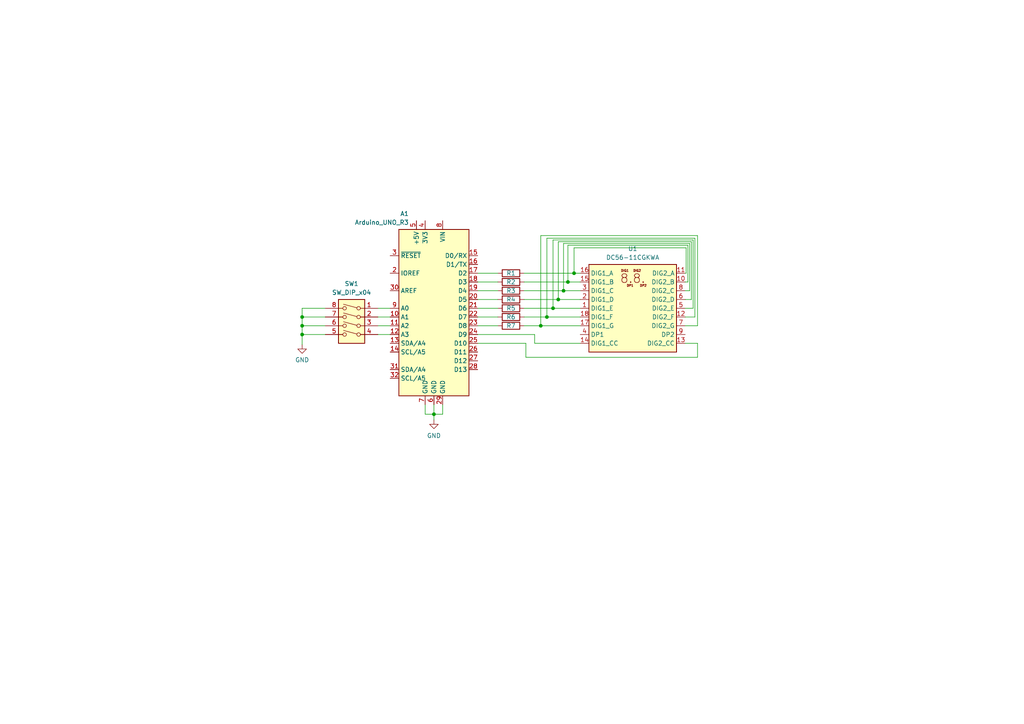
<source format=kicad_sch>
(kicad_sch (version 20230121) (generator eeschema)
  (paper "A4")
  (lib_symbols
    (symbol "Device:R" (pin_numbers hide) (pin_names (offset 0))
      (property "Reference" "R" (at 2.032 0 90))
      (property "Value" "R" (at 0 0 90))
      (symbol "R_0_1"
        (rectangle (start -1.016 -2.54) (end 1.016 2.54) (stroke (width 0.254)))
      )
      (symbol "R_1_1"
        (pin passive line (at 0 3.81 270) (length 1.27) (name "~") (number "1"))
        (pin passive line (at 0 -3.81 90) (length 1.27) (name "~") (number "2"))
      )
    )
    (symbol "Display_Character:DC56-11CGKWA"
      (property "Reference" "U" (at -11.43 13.97 0))
      (property "Value" "DC56-11CGKWA" (at 12.065 13.97 0))
      (symbol "DC56-11CGKWA_0_0"
        (text "8.8." (at 0 8.636 0) (effects (font (size 2.54 2.54))))
        (text "DIG1" (at -2.286 10.922 0) (effects (font (size 0.635 0.635))))
        (text "DIG2" (at 1.27 10.922 0) (effects (font (size 0.635 0.635))))
        (text "DP1" (at -0.762 6.604 0) (effects (font (size 0.635 0.635))))
        (text "DP2" (at 3.048 6.604 0) (effects (font (size 0.635 0.635))))
      )
      (symbol "DC56-11CGKWA_0_1"
        (rectangle (start -12.7 12.7) (end 12.7 -12.7) (stroke (width 0.254)) (fill (type background)))
      )
      (symbol "DC56-11CGKWA_1_1"
        (pin input line (at -15.24 0 0) (length 2.54) (name "DIG1_E") (number "1"))
        (pin input line (at 15.24 7.62 180) (length 2.54) (name "DIG2_B") (number "10"))
        (pin input line (at 15.24 10.16 180) (length 2.54) (name "DIG2_A") (number "11"))
        (pin input line (at 15.24 -2.54 180) (length 2.54) (name "DIG2_F") (number "12"))
        (pin input line (at 15.24 -10.16 180) (length 2.54) (name "DIG2_CC") (number "13"))
        (pin input line (at -15.24 -10.16 0) (length 2.54) (name "DIG1_CC") (number "14"))
        (pin input line (at -15.24 7.62 0) (length 2.54) (name "DIG1_B") (number "15"))
        (pin input line (at -15.24 10.16 0) (length 2.54) (name "DIG1_A") (number "16"))
        (pin input line (at -15.24 -5.08 0) (length 2.54) (name "DIG1_G") (number "17"))
        (pin input line (at -15.24 -2.54 0) (length 2.54) (name "DIG1_F") (number "18"))
        (pin input line (at -15.24 2.54 0) (length 2.54) (name "DIG1_D") (number "2"))
        (pin input line (at -15.24 5.08 0) (length 2.54) (name "DIG1_C") (number "3"))
        (pin input line (at -15.24 -7.62 0) (length 2.54) (name "DP1") (number "4"))
        (pin input line (at 15.24 0 180) (length 2.54) (name "DIG2_E") (number "5"))
        (pin input line (at 15.24 2.54 180) (length 2.54) (name "DIG2_D") (number "6"))
        (pin input line (at 15.24 -5.08 180) (length 2.54) (name "DIG2_G") (number "7"))
        (pin input line (at 15.24 5.08 180) (length 2.54) (name "DIG2_C") (number "8"))
        (pin input line (at 15.24 -7.62 180) (length 2.54) (name "DP2") (number "9"))
      )
    )
    (symbol "MCU_Module:Arduino_UNO_R3"
      (property "Reference" "A" (at -10.16 23.495 0))
      (property "Value" "Arduino_UNO_R3" (at 5.08 -26.67 0))
      (symbol "Arduino_UNO_R3_0_1"
        (rectangle (start -10.16 22.86) (end 10.16 -25.4) (stroke (width 0.254)) (fill (type background)))
      )
      (symbol "Arduino_UNO_R3_1_1"
        (pin no_connect line (at -10.16 -20.32 0) (length 2.54) hide (name "NC") (number "1"))
        (pin bidirectional line (at 12.7 -2.54 180) (length 2.54) (name "A1") (number "10"))
        (pin bidirectional line (at 12.7 -5.08 180) (length 2.54) (name "A2") (number "11"))
        (pin bidirectional line (at 12.7 -7.62 180) (length 2.54) (name "A3") (number "12"))
        (pin bidirectional line (at 12.7 -10.16 180) (length 2.54) (name "SDA/A4") (number "13"))
        (pin bidirectional line (at 12.7 -12.7 180) (length 2.54) (name "SCL/A5") (number "14"))
        (pin bidirectional line (at -12.7 15.24 0) (length 2.54) (name "D0/RX") (number "15"))
        (pin bidirectional line (at -12.7 12.7 0) (length 2.54) (name "D1/TX") (number "16"))
        (pin bidirectional line (at -12.7 10.16 0) (length 2.54) (name "D2") (number "17"))
        (pin bidirectional line (at -12.7 7.62 0) (length 2.54) (name "D3") (number "18"))
        (pin bidirectional line (at -12.7 5.08 0) (length 2.54) (name "D4") (number "19"))
        (pin output line (at 12.7 10.16 180) (length 2.54) (name "IOREF") (number "2"))
        (pin bidirectional line (at -12.7 2.54 0) (length 2.54) (name "D5") (number "20"))
        (pin bidirectional line (at -12.7 0 0) (length 2.54) (name "D6") (number "21"))
        (pin bidirectional line (at -12.7 -2.54 0) (length 2.54) (name "D7") (number "22"))
        (pin bidirectional line (at -12.7 -5.08 0) (length 2.54) (name "D8") (number "23"))
        (pin bidirectional line (at -12.7 -7.62 0) (length 2.54) (name "D9") (number "24"))
        (pin bidirectional line (at -12.7 -10.16 0) (length 2.54) (name "D10") (number "25"))
        (pin bidirectional line (at -12.7 -12.7 0) (length 2.54) (name "D11") (number "26"))
        (pin bidirectional line (at -12.7 -15.24 0) (length 2.54) (name "D12") (number "27"))
        (pin bidirectional line (at -12.7 -17.78 0) (length 2.54) (name "D13") (number "28"))
        (pin power_in line (at -2.54 -27.94 90) (length 2.54) (name "GND") (number "29"))
        (pin input line (at 12.7 15.24 180) (length 2.54) (name "~{RESET}") (number "3"))
        (pin input line (at 12.7 5.08 180) (length 2.54) (name "AREF") (number "30"))
        (pin bidirectional line (at 12.7 -17.78 180) (length 2.54) (name "SDA/A4") (number "31"))
        (pin bidirectional line (at 12.7 -20.32 180) (length 2.54) (name "SCL/A5") (number "32"))
        (pin power_out line (at 2.54 25.4 270) (length 2.54) (name "3V3") (number "4"))
        (pin power_out line (at 5.08 25.4 270) (length 2.54) (name "+5V") (number "5"))
        (pin power_in line (at 0 -27.94 90) (length 2.54) (name "GND") (number "6"))
        (pin power_in line (at 2.54 -27.94 90) (length 2.54) (name "GND") (number "7"))
        (pin power_in line (at -2.54 25.4 270) (length 2.54) (name "VIN") (number "8"))
        (pin bidirectional line (at 12.7 0 180) (length 2.54) (name "A0") (number "9"))
      )
    )
    (symbol "Switch:SW_DIP_x04" (pin_names (offset 0) hide)
      (property "Reference" "SW" (at 0 8.89 0))
      (property "Value" "SW_DIP_x04" (at 0 -6.35 0))
      (symbol "SW_DIP_x04_0_0"
        (circle (center -2.032 -2.54) (radius 0.508))
        (circle (center -2.032 0) (radius 0.508))
        (circle (center -2.032 2.54) (radius 0.508))
        (circle (center -2.032 5.08) (radius 0.508))
        (polyline (pts (xy -1.524 -2.3876) (xy 2.3622 -1.3462)))
        (polyline (pts (xy -1.524 0.127) (xy 2.3622 1.1684)))
        (polyline (pts (xy -1.524 2.667) (xy 2.3622 3.7084)))
        (polyline (pts (xy -1.524 5.207) (xy 2.3622 6.2484)))
        (circle (center 2.032 -2.54) (radius 0.508))
        (circle (center 2.032 0) (radius 0.508))
        (circle (center 2.032 2.54) (radius 0.508))
        (circle (center 2.032 5.08) (radius 0.508))
      )
      (symbol "SW_DIP_x04_0_1"
        (rectangle (start -3.81 7.62) (end 3.81 -5.08) (stroke (width 0.254)) (fill (type background)))
      )
      (symbol "SW_DIP_x04_1_1"
        (pin passive line (at -7.62 5.08 0) (length 5.08) (name "~") (number "1"))
        (pin passive line (at -7.62 2.54 0) (length 5.08) (name "~") (number "2"))
        (pin passive line (at -7.62 0 0) (length 5.08) (name "~") (number "3"))
        (pin passive line (at -7.62 -2.54 0) (length 5.08) (name "~") (number "4"))
        (pin passive line (at 7.62 -2.54 180) (length 5.08) (name "~") (number "5"))
        (pin passive line (at 7.62 0 180) (length 5.08) (name "~") (number "6"))
        (pin passive line (at 7.62 2.54 180) (length 5.08) (name "~") (number "7"))
        (pin passive line (at 7.62 5.08 180) (length 5.08) (name "~") (number "8"))
      )
    )
    (symbol "power:GND" (power) (pin_names (offset 0))
      (property "Value" "GND" (at 0 -3.81 0))
      (symbol "GND_0_1"
        (polyline (pts (xy 0 0) (xy 0 -1.27) (xy 1.27 -1.27) (xy 0 -2.54) (xy -1.27 -1.27) (xy 0 -1.27)))
      )
      (symbol "GND_1_1"
        (pin power_in line (at 0 0 270) (length 0) hide (name "GND") (number "1"))
      )
    )
  )
  (junction (at 87.63 94.488))
  (junction (at 164.719 81.788))
  (junction (at 87.63 91.948))
  (junction (at 125.857 120.142))
  (junction (at 158.623 91.948))
  (junction (at 156.845 94.488))
  (junction (at 163.449 84.328))
  (junction (at 166.497 79.248))
  (junction (at 160.401 89.408))
  (junction (at 161.925 86.868))
  (junction (at 87.63 97.028))
  (wire (pts (xy 152.527 99.568) (xy 138.557 99.568)))
  (wire (pts (xy 160.401 69.596) (xy 160.401 89.408)))
  (wire (pts (xy 125.857 117.348) (xy 125.857 120.142)))
  (wire (pts (xy 94.361 97.028) (xy 87.63 97.028)))
  (wire (pts (xy 138.557 94.488) (xy 144.399 94.488)))
  (wire (pts (xy 200.533 70.104) (xy 200.533 86.868)))
  (wire (pts (xy 200.533 86.868) (xy 198.755 86.868)))
  (wire (pts (xy 152.019 79.248) (xy 166.497 79.248)))
  (wire (pts (xy 164.719 81.788) (xy 164.719 71.12)))
  (wire (pts (xy 109.601 91.948) (xy 113.157 91.948)))
  (wire (pts (xy 138.557 97.028) (xy 155.067 97.028)))
  (wire (pts (xy 166.497 71.882) (xy 166.497 79.248)))
  (wire (pts (xy 158.623 69.088) (xy 201.549 69.088)))
  (wire (pts (xy 87.63 91.948) (xy 87.63 94.488)))
  (wire (pts (xy 109.601 94.488) (xy 113.157 94.488)))
  (wire (pts (xy 138.557 81.788) (xy 144.399 81.788)))
  (wire (pts (xy 138.557 84.328) (xy 144.399 84.328)))
  (wire (pts (xy 161.925 86.868) (xy 161.925 70.104)))
  (wire (pts (xy 168.275 84.328) (xy 163.449 84.328)))
  (wire (pts (xy 138.557 79.248) (xy 144.399 79.248)))
  (wire (pts (xy 87.63 89.408) (xy 87.63 91.948)))
  (wire (pts (xy 166.497 79.248) (xy 168.275 79.248)))
  (wire (pts (xy 201.549 69.088) (xy 201.549 91.948)))
  (wire (pts (xy 202.311 103.632) (xy 152.527 103.632)))
  (wire (pts (xy 152.527 103.632) (xy 152.527 99.568)))
  (wire (pts (xy 202.311 94.488) (xy 198.755 94.488)))
  (wire (pts (xy 200.025 70.612) (xy 200.025 84.328)))
  (wire (pts (xy 198.755 99.568) (xy 202.311 99.568)))
  (wire (pts (xy 199.009 71.882) (xy 199.009 79.248)))
  (wire (pts (xy 123.317 120.142) (xy 125.857 120.142)))
  (wire (pts (xy 168.275 81.788) (xy 164.719 81.788)))
  (wire (pts (xy 199.517 81.788) (xy 198.755 81.788)))
  (wire (pts (xy 166.497 71.882) (xy 199.009 71.882)))
  (wire (pts (xy 199.009 79.248) (xy 198.755 79.248)))
  (wire (pts (xy 202.311 99.568) (xy 202.311 103.632)))
  (wire (pts (xy 138.557 91.948) (xy 144.399 91.948)))
  (wire (pts (xy 109.601 89.408) (xy 113.157 89.408)))
  (wire (pts (xy 160.401 69.596) (xy 201.041 69.596)))
  (wire (pts (xy 168.275 94.488) (xy 156.845 94.488)))
  (wire (pts (xy 200.025 84.328) (xy 198.755 84.328)))
  (wire (pts (xy 94.361 94.488) (xy 87.63 94.488)))
  (wire (pts (xy 94.361 91.948) (xy 87.63 91.948)))
  (wire (pts (xy 156.845 94.488) (xy 156.845 68.326)))
  (wire (pts (xy 109.601 97.028) (xy 113.157 97.028)))
  (wire (pts (xy 138.557 86.868) (xy 144.399 86.868)))
  (wire (pts (xy 155.067 97.028) (xy 155.067 99.568)))
  (wire (pts (xy 199.517 71.12) (xy 199.517 81.788)))
  (wire (pts (xy 158.623 69.088) (xy 158.623 91.948)))
  (wire (pts (xy 125.857 121.793) (xy 125.857 120.142)))
  (wire (pts (xy 152.019 84.328) (xy 163.449 84.328)))
  (wire (pts (xy 201.041 89.408) (xy 198.755 89.408)))
  (wire (pts (xy 138.557 89.408) (xy 144.399 89.408)))
  (wire (pts (xy 161.925 70.104) (xy 200.533 70.104)))
  (wire (pts (xy 152.019 81.788) (xy 164.719 81.788)))
  (wire (pts (xy 87.63 97.028) (xy 87.63 99.949)))
  (wire (pts (xy 168.275 89.408) (xy 160.401 89.408)))
  (wire (pts (xy 164.719 71.12) (xy 199.517 71.12)))
  (wire (pts (xy 163.449 84.328) (xy 163.449 70.612)))
  (wire (pts (xy 87.63 94.488) (xy 87.63 97.028)))
  (wire (pts (xy 152.019 89.408) (xy 160.401 89.408)))
  (wire (pts (xy 128.397 120.142) (xy 128.397 117.348)))
  (wire (pts (xy 94.361 89.408) (xy 87.63 89.408)))
  (wire (pts (xy 168.275 91.948) (xy 158.623 91.948)))
  (wire (pts (xy 156.845 68.326) (xy 202.311 68.326)))
  (wire (pts (xy 168.275 86.868) (xy 161.925 86.868)))
  (wire (pts (xy 123.317 117.348) (xy 123.317 120.142)))
  (wire (pts (xy 163.449 70.612) (xy 200.025 70.612)))
  (wire (pts (xy 155.067 99.568) (xy 168.275 99.568)))
  (wire (pts (xy 152.019 91.948) (xy 158.623 91.948)))
  (wire (pts (xy 201.549 91.948) (xy 198.755 91.948)))
  (wire (pts (xy 152.019 86.868) (xy 161.925 86.868)))
  (wire (pts (xy 125.857 120.142) (xy 128.397 120.142)))
  (wire (pts (xy 201.041 69.596) (xy 201.041 89.408)))
  (wire (pts (xy 202.311 68.326) (xy 202.311 94.488)))
  (wire (pts (xy 152.019 94.488) (xy 156.845 94.488)))
  (symbol (lib_id "MCU_Module:Arduino_UNO_R3") (at 125.857 89.408 0) (mirror y) (unit 1)
    (property "Reference" "A1" (at 118.5829 61.976 0) (effects (justify left)))
    (property "Value" "Arduino_UNO_R3" (at 118.5829 64.516 0) (effects (justify left)))
    (property "Footprint" "Module:Arduino_UNO_R3" (effects hide))
    (property "Datasheet" "https://www.arduino.cc/en/Main/arduinoBoardUno" (effects hide))
  )
  (symbol (lib_id "Device:R") (at 148.209 91.948 270) (unit 1)
    (property "Reference" "R6" (at 148.209 91.948 90))
    (property "Value" "R" (effects hide))
  )
  (symbol (lib_id "power:GND") (at 125.857 121.793 0) (unit 1)
    (property "Reference" "#PWR01" (effects hide))
    (property "Value" "GND" (at 125.857 126.365 0))
  )
  (symbol (lib_id "Device:R") (at 148.209 84.328 270) (unit 1)
    (property "Reference" "R3" (at 148.209 84.328 90))
    (property "Value" "R" (effects hide))
  )
  (symbol (lib_id "Device:R") (at 148.209 79.248 270) (unit 1)
    (property "Reference" "R1" (at 148.209 79.248 90))
    (property "Value" "R" (effects hide))
  )
  (symbol (lib_id "Device:R") (at 148.209 86.868 270) (unit 1)
    (property "Reference" "R4" (at 148.209 86.868 90))
    (property "Value" "R" (effects hide))
  )
  (symbol (lib_id "power:GND") (at 87.63 99.949 0) (unit 1)
    (property "Reference" "#PWR02" (effects hide))
    (property "Value" "GND" (at 87.63 104.394 0))
  )
  (symbol (lib_id "Display_Character:DC56-11CGKWA") (at 183.515 89.408 0) (unit 1)
    (property "Reference" "U1" (at 183.515 72.136 0))
    (property "Value" "DC56-11CGKWA" (at 183.515 74.676 0))
    (property "Footprint" "Display_7Segment:DA56-11CGKWA" (effects hide))
    (property "Datasheet" "http://www.kingbright.com/attachments/file/psearch/000/00/00/DC56-11CGKWA(Ver.7A).pdf" (effects hide))
  )
  (symbol (lib_id "Device:R") (at 148.209 81.788 270) (unit 1)
    (property "Reference" "R2" (at 148.209 81.788 90))
    (property "Value" "R" (effects hide))
  )
  (symbol (lib_id "Device:R") (at 148.209 89.408 270) (unit 1)
    (property "Reference" "R5" (at 148.209 89.408 90))
    (property "Value" "R" (effects hide))
  )
  (symbol (lib_id "Switch:SW_DIP_x04") (at 101.981 94.488 0) (mirror y) (unit 1)
    (property "Reference" "SW1" (at 101.981 82.296 0))
    (property "Value" "SW_DIP_x04" (at 101.981 84.836 0))
  )
  (symbol (lib_id "Device:R") (at 148.209 94.488 270) (unit 1)
    (property "Reference" "R7" (at 148.209 94.488 90))
    (property "Value" "R" (effects hide))
  )
)
</source>
